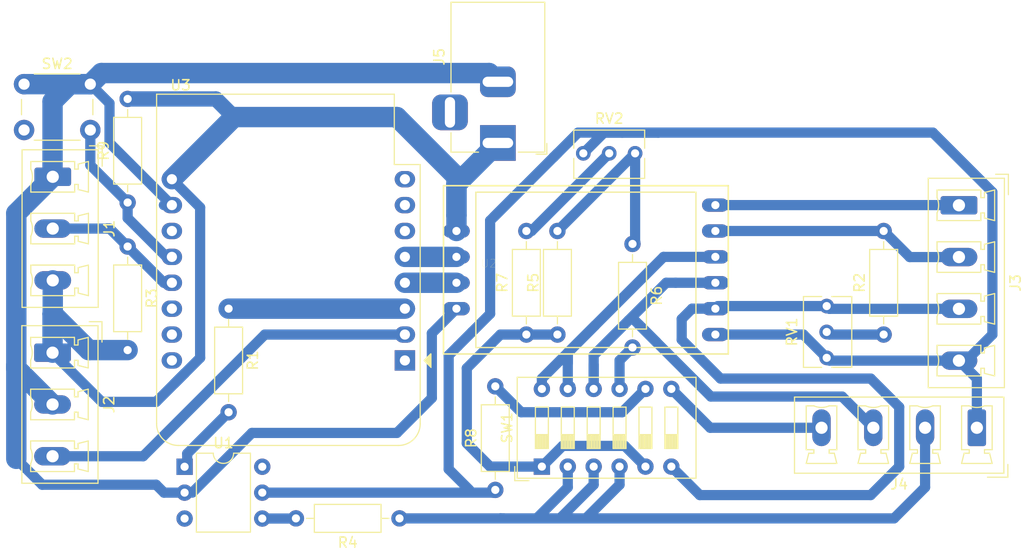
<source format=kicad_pcb>
(kicad_pcb (version 20211014) (generator pcbnew)
  (title_block (title "Sistema de Aquisição de Dados \"MARIA\"") (date "2022-12-23") (comment 1 "Criador: Gustavo \"Ifdruidas\" Almeida"))
  (layers (0 "F.Cu" signal) (31 "B.Cu" signal) (34 "B.Paste" user) (35 "F.Paste" user) (36 "B.SilkS" user "B.Silkscreen") (37 "F.SilkS" user "F.Silkscreen") (38 "B.Mask" user) (39 "F.Mask" user) (44 "Edge.Cuts" user))
  (net 0 "")
  (net 1 "GND")
  (net 2 "Temp")
  (net 3 "+5V")
  (net 4 "Prot")
  (net 5 "Net-(J3-Pad1)")
  (net 6 "Net-(J3-Pad2)")
  (net 7 "Net-(J3-Pad3)")
  (net 8 "E+")
  (net 9 "Con_3")
  (net 10 "A-")
  (net 11 "Con_1")
  (net 12 "Con_2")
  (net 13 "Net-(R1-Pad2)")
  (net 14 "Net-(R2-Pad1)")
  (net 15 "Net-(R4-Pad2)")
  (net 16 "Net-(R5-Pad1)")
  (net 17 "Net-(R5-Pad2)")
  (net 18 "Net-(R6-Pad2)")
  (net 19 "Net-(R7-Pad2)")
  (net 20 "Net-(R8-Pad2)")
  (net 21 "A+")
  (net 24 "Data")
  (net 25 "SCK")
  (net 31 "botao")
  (footprint "Button_Switch_THT:SW_PUSH_6mm" (layer "F.Cu") (at 37.846 69.922)
    (fp_text reference "SW2" (at 3.25 -2) (layer "F.SilkS"))
    (fp_text value "SW_Push")
    (pad "1" thru_hole circle (at 0 0 90) (size 2 2) (drill 1.1) (layers *.Cu *.Mask) (net 1 "GND"))
    (pad "1" thru_hole circle (at 6.5 0 90) (size 2 2) (drill 1.1) (layers *.Cu *.Mask) (net 1 "GND"))
    (pad "2" thru_hole circle (at 0 4.5 90) (size 2 2) (drill 1.1) (layers *.Cu *.Mask) (net 31 "botao"))
    (pad "2" thru_hole circle (at 6.5 4.5 90) (size 2 2) (drill 1.1) (layers *.Cu *.Mask) (net 31 "botao"))
  )
  (footprint "HX711:HX711" (layer "F.Cu") (at 83.439 87.503 180)
    (fp_text reference "U2" (at 0 0) (layer "F.SilkS") (effects (font (size 0.787402 0.787402) (thickness 0.015))))
    (fp_text value "HX711")
    (pad "A+" thru_hole oval (at -22.225 0.635 180) (size 2.616 1.308) (drill 0.8) (layers *.Cu *.Mask) (net 21 "A+"))
    (pad "A-" thru_hole oval (at -22.225 -1.905 180) (size 2.616 1.308) (drill 0.8) (layers *.Cu *.Mask) (net 10 "A-"))
    (pad "B+" thru_hole oval (at -22.225 5.715 180) (size 2.616 1.308) (drill 0.8) (layers *.Cu *.Mask) (net 5 "Net-(J3-Pad1)"))
    (pad "B-" thru_hole oval (at -22.225 3.175 180) (size 2.616 1.308) (drill 0.8) (layers *.Cu "F.Mask") (net 6 "Net-(J3-Pad2)"))
    (pad "DT" thru_hole oval (at 3.175 -1.905 180) (size 2.616 1.308) (drill 0.8) (layers *.Cu *.Mask) (net 24 "Data"))
    (pad "E+" thru_hole oval (at -22.225 -6.985 180) (size 2.616 1.308) (drill 0.8) (layers *.Cu *.Mask) (net 8 "E+"))
    (pad "E-" thru_hole oval (at -22.225 -4.445 180) (size 2.616 1.308) (drill 0.8) (layers *.Cu *.Mask) (net 7 "Net-(J3-Pad3)"))
    (pad "GND" thru_hole oval (at 3.175 -4.445 180) (size 2.616 1.308) (drill 0.8) (layers *.Cu *.Mask) (net 1 "GND"))
    (pad "SCK" thru_hole oval (at 3.175 0.635 180) (size 2.616 1.308) (drill 0.8) (layers *.Cu *.Mask) (net 25 "SCK"))
    (pad "VCC" thru_hole oval (at 3.175 3.175 180) (size 2.616 1.308) (drill 0.8) (layers *.Cu *.Mask) (net 3 "+5V"))
  )
  (footprint "Connector_BarrelJack:BarrelJack_Horizontal" (layer "F.Cu") (at 84.328 75.692 -90)
    (fp_text reference "J5" (at -8.45 5.75 90) (layer "F.SilkS"))
    (fp_text value "Conn_01x02_Female")
    (pad "1" thru_hole rect (at 0 0 270) (size 3.5 3.5) (drill oval 1 3) (layers *.Cu *.Mask) (net 3 "+5V"))
    (pad "2" thru_hole roundrect (at -6 0 270) (size 3 3.5) (drill oval 1 3) (layers *.Cu *.Mask) (net 1 "GND"))
    (pad "3" thru_hole roundrect (at -3 4.7 270) (size 3.5 3.5) (drill oval 3 1) (layers *.Cu *.Mask))
  )
  (footprint "Resistor_THT:R_Axial_DIN0207_L6.3mm_D2.5mm_P10.16mm_Horizontal" (layer "F.Cu") (at 74.676 112.522 180)
    (fp_text reference "R4" (at 5.08 -2.37) (layer "F.SilkS"))
    (fp_text value "R")
    (pad "1" thru_hole circle (at 0 0 180) (size 1.6 1.6) (drill 0.8) (layers *.Cu *.Mask) (net 9 "Con_3"))
    (pad "2" thru_hole oval (at 10.16 0 180) (size 1.6 1.6) (drill 0.8) (layers *.Cu *.Mask) (net 15 "Net-(R4-Pad2)"))
  )
  (footprint "Connector_Phoenix_MC_HighVoltage:PhoenixContact_MCV_1,5_3-G-5.08_1x03_P5.08mm_Vertical" (layer "F.Cu") (at 40.6595 79.0115 -90)
    (fp_text reference "J1" (at 5.08 -5.55 90) (layer "F.SilkS"))
    (fp_text value "Conn_01x03_Female")
    (pad "1" thru_hole roundrect (at 0 0 270) (size 1.8 3.6) (drill 1.2) (layers *.Cu *.Mask) (roundrect_rratio 0.1388888889) (net 1 "GND"))
    (pad "2" thru_hole oval (at 5.08 0 270) (size 1.8 3.6) (drill 1.2) (layers *.Cu *.Mask) (net 2 "Temp"))
    (pad "3" thru_hole oval (at 10.16 0 270) (size 1.8 3.6) (drill 1.2) (layers *.Cu *.Mask) (net 3 "+5V"))
  )
  (footprint "Resistor_THT:R_Axial_DIN0207_L6.3mm_D2.5mm_P10.16mm_Horizontal" (layer "F.Cu") (at 48.006 81.534 90)
    (fp_text reference "R9" (at 5.08 -2.37 90) (layer "F.SilkS"))
    (fp_text value "R")
    (pad "1" thru_hole circle (at 0 0 90) (size 1.6 1.6) (drill 0.8) (layers *.Cu *.Mask) (net 31 "botao"))
    (pad "2" thru_hole oval (at 10.16 0 90) (size 1.6 1.6) (drill 0.8) (layers *.Cu *.Mask) (net 3 "+5V"))
  )
  (footprint "Package_DIP:DIP-6_W7.62mm" (layer "F.Cu") (at 53.594 107.457)
    (fp_text reference "U1" (at 3.81 -2.33) (layer "F.SilkS"))
    (fp_text value "4N25")
    (pad "1" thru_hole rect (at 0 0) (size 1.6 1.6) (drill 0.8) (layers *.Cu *.Mask) (net 13 "Net-(R1-Pad2)"))
    (pad "2" thru_hole oval (at 0 2.54) (size 1.6 1.6) (drill 0.8) (layers *.Cu *.Mask) (net 1 "GND"))
    (pad "3" thru_hole oval (at 0 5.08) (size 1.6 1.6) (drill 0.8) (layers *.Cu *.Mask))
    (pad "4" thru_hole oval (at 7.62 5.08) (size 1.6 1.6) (drill 0.8) (layers *.Cu *.Mask) (net 15 "Net-(R4-Pad2)"))
    (pad "5" thru_hole oval (at 7.62 2.54) (size 1.6 1.6) (drill 0.8) (layers *.Cu *.Mask) (net 8 "E+"))
    (pad "6" thru_hole oval (at 7.62 0) (size 1.6 1.6) (drill 0.8) (layers *.Cu *.Mask))
  )
  (footprint "Resistor_THT:R_Axial_DIN0207_L6.3mm_D2.5mm_P10.16mm_Horizontal" (layer "F.Cu") (at 97.536 85.598 -90)
    (fp_text reference "R6" (at 5.08 -2.37 90) (layer "F.SilkS"))
    (fp_text value "R")
    (pad "1" thru_hole circle (at 0 0 270) (size 1.6 1.6) (drill 0.8) (layers *.Cu *.Mask) (net 17 "Net-(R5-Pad2)"))
    (pad "2" thru_hole oval (at 10.16 0 270) (size 1.6 1.6) (drill 0.8) (layers *.Cu *.Mask) (net 18 "Net-(R6-Pad2)"))
  )
  (footprint "Connector_Phoenix_MC_HighVoltage:PhoenixContact_MCV_1,5_3-G-5.08_1x03_P5.08mm_Vertical" (layer "F.Cu") (at 40.64 96.266 -90)
    (fp_text reference "J2" (at 5.08 -5.55 90) (layer "F.SilkS"))
    (fp_text value "Conn_01x03_Female")
    (pad "1" thru_hole roundrect (at 0 0 270) (size 1.8 3.6) (drill 1.2) (layers *.Cu *.Mask) (roundrect_rratio 0.1388888889) (net 3 "+5V"))
    (pad "2" thru_hole oval (at 5.08 0 270) (size 1.8 3.6) (drill 1.2) (layers *.Cu *.Mask) (net 1 "GND"))
    (pad "3" thru_hole oval (at 10.16 0 270) (size 1.8 3.6) (drill 1.2) (layers *.Cu *.Mask) (net 4 "Prot"))
  )
  (footprint "Connector_Phoenix_MC_HighVoltage:PhoenixContact_MCV_1,5_4-G-5.08_1x04_P5.08mm_Vertical" (layer "F.Cu") (at 131.318 103.632 180)
    (fp_text reference "J4" (at 7.62 -5.55) (layer "F.SilkS"))
    (fp_text value "Conn_01x04_Female")
    (pad "1" thru_hole roundrect (at 0 0 180) (size 1.8 3.6) (drill 1.2) (layers *.Cu *.Mask) (roundrect_rratio 0.1388888889) (net 8 "E+"))
    (pad "2" thru_hole oval (at 5.08 0 180) (size 1.8 3.6) (drill 1.2) (layers *.Cu *.Mask) (net 9 "Con_3"))
    (pad "3" thru_hole oval (at 10.16 0 180) (size 1.8 3.6) (drill 1.2) (layers *.Cu *.Mask) (net 10 "A-"))
    (pad "4" thru_hole oval (at 15.24 0 180) (size 1.8 3.6) (drill 1.2) (layers *.Cu *.Mask) (net 11 "Con_1"))
  )
  (footprint "Resistor_THT:R_Axial_DIN0207_L6.3mm_D2.5mm_P10.16mm_Horizontal" (layer "F.Cu") (at 84.074 109.728 90)
    (fp_text reference "R8" (at 5.08 -2.37 90) (layer "F.SilkS"))
    (fp_text value "R")
    (pad "1" thru_hole circle (at 0 0 90) (size 1.6 1.6) (drill 0.8) (layers *.Cu *.Mask) (net 8 "E+"))
    (pad "2" thru_hole oval (at 10.16 0 90) (size 1.6 1.6) (drill 0.8) (layers *.Cu *.Mask) (net 20 "Net-(R8-Pad2)"))
  )
  (footprint "Resistor_THT:R_Axial_DIN0207_L6.3mm_D2.5mm_P10.16mm_Horizontal" (layer "F.Cu") (at 90.17 94.488 90)
    (fp_text reference "R5" (at 5.08 -2.37 90) (layer "F.SilkS"))
    (fp_text value "R")
    (pad "1" thru_hole circle (at 0 0 90) (size 1.6 1.6) (drill 0.8) (layers *.Cu *.Mask) (net 16 "Net-(R5-Pad1)"))
    (pad "2" thru_hole oval (at 10.16 0 90) (size 1.6 1.6) (drill 0.8) (layers *.Cu *.Mask) (net 17 "Net-(R5-Pad2)"))
  )
  (footprint "Resistor_THT:R_Axial_DIN0207_L6.3mm_D2.5mm_P10.16mm_Horizontal" (layer "F.Cu") (at 122.174 94.488 90)
    (fp_text reference "R2" (at 5.08 -2.37 90) (layer "F.SilkS"))
    (fp_text value "R")
    (pad "1" thru_hole circle (at 0 0 90) (size 1.6 1.6) (drill 0.8) (layers *.Cu *.Mask) (net 14 "Net-(R2-Pad1)"))
    (pad "2" thru_hole oval (at 10.16 0 90) (size 1.6 1.6) (drill 0.8) (layers *.Cu *.Mask) (net 6 "Net-(J3-Pad2)"))
  )
  (footprint "Connector_Phoenix_MC_HighVoltage:PhoenixContact_MCV_1,5_4-G-5.08_1x04_P5.08mm_Vertical" (layer "F.Cu") (at 129.5595 81.8055 -90)
    (fp_text reference "J3" (at 7.62 -5.55 90) (layer "F.SilkS"))
    (fp_text value "Conn_01x04_Female")
    (pad "1" thru_hole roundrect (at 0 0 270) (size 1.8 3.6) (drill 1.2) (layers *.Cu *.Mask) (roundrect_rratio 0.1388888889) (net 5 "Net-(J3-Pad1)"))
    (pad "2" thru_hole oval (at 5.08 0 270) (size 1.8 3.6) (drill 1.2) (layers *.Cu *.Mask) (net 6 "Net-(J3-Pad2)"))
    (pad "3" thru_hole oval (at 10.16 0 270) (size 1.8 3.6) (drill 1.2) (layers *.Cu *.Mask) (net 7 "Net-(J3-Pad3)"))
    (pad "4" thru_hole oval (at 15.24 0 270) (size 1.8 3.6) (drill 1.2) (layers *.Cu *.Mask) (net 8 "E+"))
  )
  (footprint "Potentiometer_THT:Potentiometer_Bourns_3266Y_Vertical" (layer "F.Cu") (at 116.586 91.694 90)
    (fp_text reference "RV1" (at -2.54 -3.41 90) (layer "F.SilkS"))
    (fp_text value "R_POT")
    (pad "1" thru_hole circle (at 0 0 90) (size 1.44 1.44) (drill 0.8) (layers *.Cu *.Mask) (net 7 "Net-(J3-Pad3)"))
    (pad "2" thru_hole circle (at -2.54 0 90) (size 1.44 1.44) (drill 0.8) (layers *.Cu *.Mask) (net 14 "Net-(R2-Pad1)"))
    (pad "3" thru_hole circle (at -5.08 0 90) (size 1.44 1.44) (drill 0.8) (layers *.Cu *.Mask) (net 8 "E+"))
  )
  (footprint "Potentiometer_THT:Potentiometer_Bourns_3266Y_Vertical" (layer "F.Cu") (at 97.79 76.708)
    (fp_text reference "RV2" (at -2.54 -3.41) (layer "F.SilkS"))
    (fp_text value "R_POT")
    (pad "1" thru_hole circle (at 0 0) (size 1.44 1.44) (drill 0.8) (layers *.Cu *.Mask) (net 17 "Net-(R5-Pad2)"))
    (pad "2" thru_hole circle (at -2.54 0) (size 1.44 1.44) (drill 0.8) (layers *.Cu *.Mask) (net 19 "Net-(R7-Pad2)"))
    (pad "3" thru_hole circle (at -5.08 0) (size 1.44 1.44) (drill 0.8) (layers *.Cu *.Mask) (net 8 "E+"))
  )
  (footprint "Resistor_THT:R_Axial_DIN0207_L6.3mm_D2.5mm_P10.16mm_Horizontal" (layer "F.Cu") (at 48.006 85.852 -90)
    (fp_text reference "R3" (at 5.08 -2.37 90) (layer "F.SilkS"))
    (fp_text value "R")
    (pad "1" thru_hole circle (at 0 0 270) (size 1.6 1.6) (drill 0.8) (layers *.Cu *.Mask) (net 2 "Temp"))
    (pad "2" thru_hole oval (at 10.16 0 270) (size 1.6 1.6) (drill 0.8) (layers *.Cu *.Mask) (net 3 "+5V"))
  )
  (footprint "Module:WEMOS_D1_mini_light" (layer "F.Cu") (at 75.207 97.028 180)
    (fp_text reference "U3" (at 22 27) (layer "F.SilkS"))
    (fp_text value "WeMos_D1_mini")
    (pad "1" thru_hole rect (at 0 0 180) (size 2 2) (drill 1) (layers *.Cu *.Mask))
    (pad "2" thru_hole oval (at 0 2.54 180) (size 2 1.6) (drill 1) (layers *.Cu *.Mask) (net 4 "Prot"))
    (pad "3" thru_hole oval (at 0 5.08 180) (size 2 1.6) (drill 1) (layers *.Cu *.Mask) (net 12 "Con_2"))
    (pad "4" thru_hole oval (at 0 7.62 180) (size 2 1.6) (drill 1) (layers *.Cu *.Mask) (net 24 "Data"))
    (pad "5" thru_hole oval (at 0 10.16 180) (size 2 1.6) (drill 1) (layers *.Cu *.Mask) (net 25 "SCK"))
    (pad "6" thru_hole oval (at 0 12.7 180) (size 2 1.6) (drill 1) (layers *.Cu *.Mask))
    (pad "7" thru_hole oval (at 0 15.24 180) (size 2 1.6) (drill 1) (layers *.Cu *.Mask))
    (pad "8" thru_hole oval (at 0 17.78 180) (size 2 1.6) (drill 1) (layers *.Cu *.Mask))
    (pad "9" thru_hole oval (at 22.86 17.78 180) (size 2 1.6) (drill 1) (layers *.Cu *.Mask) (net 3 "+5V"))
    (pad "10" thru_hole oval (at 22.86 15.24 180) (size 2 1.6) (drill 1) (layers *.Cu *.Mask) (net 1 "GND"))
    (pad "11" thru_hole oval (at 22.86 12.7 180) (size 2 1.6) (drill 1) (layers *.Cu *.Mask))
    (pad "12" thru_hole oval (at 22.86 10.16 180) (size 2 1.6) (drill 1) (layers *.Cu *.Mask) (net 31 "botao"))
    (pad "13" thru_hole oval (at 22.86 7.62 180) (size 2 1.6) (drill 1) (layers *.Cu *.Mask) (net 2 "Temp"))
    (pad "14" thru_hole oval (at 22.86 5.08 180) (size 2 1.6) (drill 1) (layers *.Cu *.Mask))
    (pad "15" thru_hole oval (at 22.86 2.54 180) (size 2 1.6) (drill 1) (layers *.Cu *.Mask))
    (pad "16" thru_hole oval (at 22.86 0 180) (size 2 1.6) (drill 1) (layers *.Cu *.Mask))
  )
  (footprint "Button_Switch_THT:SW_DIP_SPSTx06_Slide_9.78x17.42mm_W7.62mm_P2.54mm" (layer "F.Cu") (at 88.646 107.442 90)
    (fp_text reference "SW1" (at 3.81 -3.42 90) (layer "F.SilkS"))
    (fp_text value "SW_DIP_x06")
    (pad "1" thru_hole rect (at 0 0 90) (size 1.6 1.6) (drill 0.8) (layers *.Cu *.Mask) (net 16 "Net-(R5-Pad1)"))
    (pad "2" thru_hole oval (at 0 2.54 90) (size 1.6 1.6) (drill 0.8) (layers *.Cu *.Mask) (net 9 "Con_3"))
    (pad "3" thru_hole oval (at 0 5.08 90) (size 1.6 1.6) (drill 0.8) (layers *.Cu *.Mask) (net 9 "Con_3"))
    (pad "4" thru_hole oval (at 0 7.62 90) (size 1.6 1.6) (drill 0.8) (layers *.Cu *.Mask) (net 9 "Con_3"))
    (pad "5" thru_hole oval (at 0 10.16 90) (size 1.6 1.6) (drill 0.8) (layers *.Cu *.Mask) (net 16 "Net-(R5-Pad1)"))
    (pad "6" thru_hole oval (at 0 12.7 90) (size 1.6 1.6) (drill 0.8) (layers *.Cu *.Mask) (net 7 "Net-(J3-Pad3)"))
    (pad "7" thru_hole oval (at 7.62 12.7 90) (size 1.6 1.6) (drill 0.8) (layers *.Cu *.Mask) (net 11 "Con_1"))
    (pad "8" thru_hole oval (at 7.62 10.16 90) (size 1.6 1.6) (drill 0.8) (layers *.Cu *.Mask) (net 20 "Net-(R8-Pad2)"))
    (pad "9" thru_hole oval (at 7.62 7.62 90) (size 1.6 1.6) (drill 0.8) (layers *.Cu *.Mask) (net 18 "Net-(R6-Pad2)"))
    (pad "10" thru_hole oval (at 7.62 5.08 90) (size 1.6 1.6) (drill 0.8) (layers *.Cu *.Mask) (net 10 "A-"))
    (pad "11" thru_hole oval (at 7.62 2.54 90) (size 1.6 1.6) (drill 0.8) (layers *.Cu *.Mask) (net 21 "A+"))
    (pad "12" thru_hole oval (at 7.62 0 90) (size 1.6 1.6) (drill 0.8) (layers *.Cu *.Mask) (net 21 "A+"))
  )
  (footprint "Resistor_THT:R_Axial_DIN0207_L6.3mm_D2.5mm_P10.16mm_Horizontal" (layer "F.Cu") (at 57.912 91.948 -90)
    (fp_text reference "R1" (at 5.08 -2.37 90) (layer "F.SilkS"))
    (fp_text value "R")
    (pad "1" thru_hole circle (at 0 0 270) (size 1.6 1.6) (drill 0.8) (layers *.Cu *.Mask) (net 12 "Con_2"))
    (pad "2" thru_hole oval (at 10.16 0 270) (size 1.6 1.6) (drill 0.8) (layers *.Cu *.Mask) (net 13 "Net-(R1-Pad2)"))
  )
  (footprint "Resistor_THT:R_Axial_DIN0207_L6.3mm_D2.5mm_P10.16mm_Horizontal" (layer "F.Cu") (at 87.122 94.488 90)
    (fp_text reference "R7" (at 5.08 -2.37 90) (layer "F.SilkS"))
    (fp_text value "R")
    (pad "1" thru_hole circle (at 0 0 90) (size 1.6 1.6) (drill 0.8) (layers *.Cu *.Mask) (net 16 "Net-(R5-Pad1)"))
    (pad "2" thru_hole oval (at 10.16 0 90) (size 1.6 1.6) (drill 0.8) (layers *.Cu *.Mask) (net 19 "Net-(R7-Pad2)"))
  )
  (segment (start 42.346 69.922) (end 40.64 71.628) (width 2) (layer "B.Cu") (net 1))
  (segment (start 44.346 69.922) (end 45.434 68.834) (width 2) (layer "B.Cu") (net 1))
  (segment (start 50.8 109.22) (end 51.577 109.997) (width 1) (layer "B.Cu") (net 1))
  (segment (start 37.084 97.79) (end 37.084 97.536) (width 2) (layer "B.Cu") (net 1))
  (segment (start 40.677 78.994) (end 40.6595 79.0115) (width 1) (layer "B.Cu") (net 1))
  (segment (start 46.228 75.692) (end 46.228 71.804) (width 1) (layer "B.Cu") (net 1))
  (segment (start 46.228 71.804) (end 44.346 69.922) (width 1) (layer "B.Cu") (net 1))
  (segment (start 37.846 69.922) (end 44.346 69.922) (width 2) (layer "B.Cu") (net 1))
  (segment (start 45.434 68.834) (end 83.47 68.834) (width 2) (layer "B.Cu") (net 1))
  (segment (start 74.422 104.14) (end 60.198 104.14) (width 1) (layer "B.Cu") (net 1))
  (segment (start 52.347 81.788) (end 51.562 81.788) (width 1) (layer "B.Cu") (net 1))
  (segment (start 51.577 109.997) (end 53.594 109.997) (width 1) (layer "B.Cu") (net 1))
  (segment (start 52.324 81.788) (end 46.228 75.692) (width 1) (layer "B.Cu") (net 1))
  (segment (start 39.624 109.22) (end 50.8 109.22) (width 1) (layer "B.Cu") (net 1))
  (segment (start 37.084 82.587) (end 40.6595 79.0115) (width 2) (layer "B.Cu") (net 1))
  (segment (start 37.084 97.79) (end 37.084 82.587) (width 2) (layer "B.Cu") (net 1))
  (segment (start 38.862 108.458) (end 37.084 106.68) (width 1) (layer "B.Cu") (net 1))
  (segment (start 40.64 101.346) (end 37.084 97.79) (width 2) (layer "B.Cu") (net 1))
  (segment (start 77.851 94.361) (end 77.851 100.711) (width 1) (layer "B.Cu") (net 1))
  (segment (start 60.198 104.14) (end 54.341 109.997) (width 1) (layer "B.Cu") (net 1))
  (segment (start 77.851 94.361) (end 80.264 91.948) (width 1) (layer "B.Cu") (net 1))
  (segment (start 52.347 81.788) (end 52.324 81.788) (width 1) (layer "B.Cu") (net 1))
  (segment (start 40.64 71.628) (end 40.64 78.992) (width 2) (layer "B.Cu") (net 1))
  (segment (start 38.862 108.458) (end 39.624 109.22) (width 1) (layer "B.Cu") (net 1))
  (segment (start 83.47 68.834) (end 84.328 69.692) (width 2) (layer "B.Cu") (net 1))
  (segment (start 37.084 97.536) (end 37.084 106.68) (width 2) (layer "B.Cu") (net 1))
  (segment (start 44.346 69.922) (end 42.346 69.922) (width 2) (layer "B.Cu") (net 1))
  (segment (start 77.851 100.711) (end 74.422 104.14) (width 1) (layer "B.Cu") (net 1))
  (segment (start 40.64 78.992) (end 40.6595 79.0115) (width 2) (layer "B.Cu") (net 1))
  (segment (start 45.9565 84.0915) (end 40.6595 84.0915) (width 1) (layer "B.Cu") (net 2))
  (segment (start 51.562 89.408) (end 48.006 85.852) (width 1) (layer "B.Cu") (net 2))
  (segment (start 48.006 85.852) (end 46.228 84.074) (width 1) (layer "B.Cu") (net 2))
  (segment (start 46.228 84.074) (end 45.974 84.074) (width 1) (layer "B.Cu") (net 2))
  (segment (start 52.347 89.408) (end 51.562 89.408) (width 1) (layer "B.Cu") (net 2))
  (segment (start 45.974 84.074) (end 45.9565 84.0915) (width 1) (layer "B.Cu") (net 2))
  (segment (start 40.64 92.456) (end 40.64 96.266) (width 2) (layer "B.Cu") (net 3))
  (segment (start 40.6595 96.2465) (end 40.64 96.266) (width 1) (layer "B.Cu") (net 3))
  (segment (start 58.443 73.152) (end 52.347 79.248) (width 2) (layer "B.Cu") (net 3))
  (segment (start 48.006 96.012) (end 44.196 96.012) (width 2) (layer "B.Cu") (net 3))
  (segment (start 48.006 71.374) (end 56.665 71.374) (width 1.5) (layer "B.Cu") (net 3))
  (segment (start 80.264 84.328) (end 80.264 82.804) (width 2) (layer "B.Cu") (net 3))
  (segment (start 50.8 101.092) (end 45.466 101.092) (width 1) (layer "B.Cu") (net 3))
  (segment (start 44.196 96.012) (end 40.64 92.456) (width 2) (layer "B.Cu") (net 3))
  (segment (start 45.466 101.092) (end 40.64 96.266) (width 1) (layer "B.Cu") (net 3))
  (segment (start 84.328 75.692) (end 80.264 79.756) (width 2) (layer "B.Cu") (net 3))
  (segment (start 80.264 79.756) (end 80.264 82.804) (width 2) (layer "B.Cu") (net 3))
  (segment (start 52.578 99.314) (end 53.594 98.298) (width 1) (layer "B.Cu") (net 3))
  (segment (start 55.118 82.019) (end 52.347 79.248) (width 1) (layer "B.Cu") (net 3))
  (segment (start 53.594 98.298) (end 50.8 101.092) (width 1) (layer "B.Cu") (net 3))
  (segment (start 74.422 73.152) (end 58.443 73.152) (width 2) (layer "B.Cu") (net 3))
  (segment (start 40.6595 92.4365) (end 40.64 92.456) (width 2) (layer "B.Cu") (net 3))
  (segment (start 80.264 82.804) (end 80.264 78.994) (width 2) (layer "B.Cu") (net 3))
  (segment (start 40.6595 92.4365) (end 40.6595 89.1715) (width 2) (layer "B.Cu") (net 3))
  (segment (start 55.118 96.774) (end 55.118 82.019) (width 1) (layer "B.Cu") (net 3))
  (segment (start 56.665 71.374) (end 58.443 73.152) (width 1.5) (layer "B.Cu") (net 3))
  (segment (start 53.594 98.298) (end 55.118 96.774) (width 1) (layer "B.Cu") (net 3))
  (segment (start 80.264 78.994) (end 74.422 73.152) (width 2) (layer "B.Cu") (net 3))
  (segment (start 75.207 94.488) (end 61.468 94.488) (width 1) (layer "B.Cu") (net 4))
  (segment (start 49.53 106.426) (end 40.64 106.426) (width 1) (layer "B.Cu") (net 4))
  (segment (start 61.468 94.488) (end 49.53 106.426) (width 1) (layer "B.Cu") (net 4))
  (segment (start 129.5595 81.8055) (end 129.542 81.788) (width 1) (layer "B.Cu") (net 5))
  (segment (start 129.542 81.788) (end 105.664 81.788) (width 1) (layer "B.Cu") (net 5))
  (segment (start 129.5595 86.8855) (end 124.7315 86.8855) (width 1) (layer "B.Cu") (net 6))
  (segment (start 105.664 84.328) (end 122.174 84.328) (width 1) (layer "B.Cu") (net 6))
  (segment (start 124.7315 86.8855) (end 122.174 84.328) (width 1) (layer "B.Cu") (net 6))
  (segment (start 120.904 110.236) (end 123.698 107.442) (width 1) (layer "B.Cu") (net 7))
  (segment (start 120.904 98.806) (end 106.172 98.806) (width 1) (layer "B.Cu") (net 7))
  (segment (start 123.698 107.442) (end 123.698 101.6) (width 1) (layer "B.Cu") (net 7))
  (segment (start 106.172 98.806) (end 102.362 94.996) (width 1) (layer "B.Cu") (net 7))
  (segment (start 104.14 110.236) (end 120.904 110.236) (width 1) (layer "B.Cu") (net 7))
  (segment (start 102.362 94.996) (end 102.362 92.964) (width 1) (layer "B.Cu") (net 7))
  (segment (start 123.698 101.6) (end 120.904 98.806) (width 1) (layer "B.Cu") (net 7))
  (segment (start 105.918 91.694) (end 105.664 91.948) (width 1) (layer "B.Cu") (net 7))
  (segment (start 129.5595 91.9655) (end 116.8575 91.9655) (width 1) (layer "B.Cu") (net 7))
  (segment (start 101.346 107.442) (end 104.14 110.236) (width 1) (layer "B.Cu") (net 7))
  (segment (start 116.8575 91.9655) (end 116.586 91.694) (width 1) (layer "B.Cu") (net 7))
  (segment (start 116.586 91.694) (end 105.918 91.694) (width 1) (layer "B.Cu") (net 7))
  (segment (start 103.378 91.948) (end 105.664 91.948) (width 1) (layer "B.Cu") (net 7))
  (segment (start 102.362 92.964) (end 103.378 91.948) (width 1) (layer "B.Cu") (net 7))
  (segment (start 116.8575 97.0455) (end 129.5595 97.0455) (width 1) (layer "B.Cu") (net 8))
  (segment (start 86.868 80.01) (end 86.614 80.264) (width 1) (layer "B.Cu") (net 8))
  (segment (start 89.789 77.089) (end 83.947 82.931) (width 1) (layer "B.Cu") (net 8))
  (segment (start 79.502 107.696) (end 81.534 109.728) (width 1) (layer "B.Cu") (net 8))
  (segment (start 100.076 74.676) (end 127 74.676) (width 1) (layer "B.Cu") (net 8))
  (segment (start 114.3 94.488) (end 105.664 94.488) (width 1) (layer "B.Cu") (net 8))
  (segment (start 90.17 76.708) (end 89.789 77.089) (width 1) (layer "B.Cu") (net 8))
  (segment (start 127 74.676) (end 132.842 80.518) (width 1) (layer "B.Cu") (net 8))
  (segment (start 116.586 96.774) (end 114.3 94.488) (width 1) (layer "B.Cu") (net 8))
  (segment (start 94.742 74.676) (end 96.52 74.676) (width 1) (layer "B.Cu") (net 8))
  (segment (start 132.842 94.488) (end 130.2845 97.0455) (width 1) (layer "B.Cu") (net 8))
  (segment (start 83.566 92.456) (end 81.788 94.234) (width 1) (layer "B.Cu") (net 8))
  (segment (start 60.97 109.997) (end 83.805 109.997) (width 1) (layer "B.Cu") (net 8))
  (segment (start 81.788 94.234) (end 80.391 95.631) (width 1) (layer "B.Cu") (net 8))
  (segment (start 83.566 83.312) (end 83.566 92.456) (width 1) (layer "B.Cu") (net 8))
  (segment (start 131.318 103.632) (end 131.318 98.804) (width 1) (layer "B.Cu") (net 8))
  (segment (start 132.842 80.518) (end 132.842 94.488) (width 1) (layer "B.Cu") (net 8))
  (segment (start 89.789 77.089) (end 92.202 74.676) (width 1) (layer "B.Cu") (net 8))
  (segment (start 130.2845 97.0455) (end 129.5595 97.0455) (width 1) (layer "B.Cu") (net 8))
  (segment (start 86.614 80.264) (end 83.566 83.312) (width 1) (layer "B.Cu") (net 8))
  (segment (start 92.202 74.676) (end 100.076 74.676) (width 1) (layer "B.Cu") (net 8))
  (segment (start 96.52 74.676) (end 100.076 74.676) (width 1) (layer "B.Cu") (net 8))
  (segment (start 79.502 96.52) (end 79.502 107.696) (width 1) (layer "B.Cu") (net 8))
  (segment (start 83.805 109.997) (end 84.074 109.728) (width 1) (layer "B.Cu") (net 8))
  (segment (start 131.318 98.804) (end 129.5595 97.0455) (width 1) (layer "B.Cu") (net 8))
  (segment (start 116.586 96.774) (end 116.8575 97.0455) (width 1) (layer "B.Cu") (net 8))
  (segment (start 92.71 76.708) (end 94.742 74.676) (width 1) (layer "B.Cu") (net 8))
  (segment (start 80.391 95.631) (end 79.502 96.52) (width 1) (layer "B.Cu") (net 8))
  (segment (start 126.238 103.632) (end 126.238 109.474) (width 1) (layer "B.Cu") (net 9))
  (segment (start 88.138 112.522) (end 84.582 112.522) (width 1) (layer "B.Cu") (net 9))
  (segment (start 96.266 107.442) (end 96.266 109.22) (width 1) (layer "B.Cu") (net 9))
  (segment (start 74.676 112.522) (end 84.582 112.522) (width 1) (layer "B.Cu") (net 9))
  (segment (start 90.424 112.522) (end 91.694 112.522) (width 1) (layer "B.Cu") (net 9))
  (segment (start 84.582 112.522) (end 84.90887 112.522) (width 1) (layer "B.Cu") (net 9))
  (segment (start 88.138 112.522) (end 90.424 112.522) (width 1) (layer "B.Cu") (net 9))
  (segment (start 91.186 107.442) (end 91.186 109.474) (width 1) (layer "B.Cu") (net 9))
  (segment (start 91.186 109.474) (end 88.138 112.522) (width 1) (layer "B.Cu") (net 9))
  (segment (start 96.266 109.22) (end 92.964 112.522) (width 1) (layer "B.Cu") (net 9))
  (segment (start 93.726 109.22) (end 90.424 112.522) (width 1) (layer "B.Cu") (net 9))
  (segment (start 93.726 107.442) (end 93.726 109.22) (width 1) (layer "B.Cu") (net 9))
  (segment (start 126.238 109.474) (end 123.19 112.522) (width 1) (layer "B.Cu") (net 9))
  (segment (start 123.19 112.522) (end 92.964 112.522) (width 1) (layer "B.Cu") (net 9))
  (segment (start 92.964 112.522) (end 91.694 112.522) (width 1) (layer "B.Cu") (net 9))
  (segment (start 99.862472 95.209528) (end 97.743944 93.091) (width 1) (layer "B.Cu") (net 10))
  (segment (start 93.726 99.822) (end 93.726 97.446679) (width 1) (layer "B.Cu") (net 10))
  (segment (start 99.862472 95.209528) (end 98.126339 93.473395) (width 1) (layer "B.Cu") (net 10))
  (segment (start 105.222521 100.569577) (end 99.862472 95.209528) (width 1) (layer "B.Cu") (net 10))
  (segment (start 93.726 96.52) (end 97.155 93.091) (width 1) (layer "B.Cu") (net 10))
  (segment (start 100.838 89.408) (end 101.764679 89.408) (width 1) (layer "B.Cu") (net 10))
  (segment (start 97.155 93.091) (end 100.838 89.408) (width 1) (layer "B.Cu") (net 10))
  (segment (start 118.095577 100.569577) (end 105.222521 100.569577) (width 1) (layer "B.Cu") (net 10))
  (segment (start 93.726 99.822) (end 93.726 96.52) (width 1) (layer "B.Cu") (net 10))
  (segment (start 121.158 103.632) (end 118.095577 100.569577) (width 1) (layer "B.Cu") (net 10))
  (segment (start 101.764679 89.408) (end 105.664 89.408) (width 1) (layer "B.Cu") (net 10))
  (segment (start 101.346 99.822) (end 105.156 103.632) (width 1) (layer "B.Cu") (net 11))
  (segment (start 105.156 103.632) (end 116.078 103.632) (width 1) (layer "B.Cu") (net 11))
  (segment (start 75.207 91.948) (end 57.912 91.948) (width 2) (layer "B.Cu") (net 12))
  (segment (start 53.848 106.172) (end 53.848 107.203) (width 1) (layer "B.Cu") (net 13))
  (segment (start 53.848 107.203) (end 53.594 107.457) (width 1) (layer "B.Cu") (net 13))
  (segment (start 53.35 107.457) (end 53.34 107.447) (width 1) (layer "B.Cu") (net 13))
  (segment (start 57.912 102.108) (end 53.848 106.172) (width 1) (layer "B.Cu") (net 13))
  (segment (start 116.84 94.488) (end 116.586 94.234) (width 1) (layer "B.Cu") (net 14))
  (segment (start 122.174 94.488) (end 116.84 94.488) (width 1) (layer "B.Cu") (net 14))
  (segment (start 60.97 112.537) (end 64.501 112.537) (width 1) (layer "B.Cu") (net 15))
  (segment (start 64.501 112.537) (end 64.516 112.522) (width 1) (layer "B.Cu") (net 15))
  (segment (start 87.122 94.488) (end 84.582 94.488) (width 1) (layer "B.Cu") (net 16))
  (segment (start 81.28 97.79) (end 81.28 105.156) (width 1) (layer "B.Cu") (net 16))
  (segment (start 84.582 94.488) (end 81.28 97.79) (width 1) (layer "B.Cu") (net 16))
  (segment (start 81.28 105.156) (end 83.566 107.442) (width 1) (layer "B.Cu") (net 16))
  (segment (start 88.646 107.442) (end 90.678 105.41) (width 1) (layer "B.Cu") (net 16))
  (segment (start 83.566 107.442) (end 88.646 107.442) (width 1) (layer "B.Cu") (net 16))
  (segment (start 87.122 94.488) (end 90.17 94.488) (width 1) (layer "B.Cu") (net 16))
  (segment (start 96.774 105.41) (end 98.806 107.442) (width 1) (layer "B.Cu") (net 16))
  (segment (start 90.678 105.41) (end 96.774 105.41) (width 1) (layer "B.Cu") (net 16))
  (segment (start 97.79 85.344) (end 97.536 85.598) (width 1) (layer "B.Cu") (net 17))
  (segment (start 90.17 84.328) (end 97.79 76.708) (width 1) (layer "B.Cu") (net 17))
  (segment (start 97.79 76.708) (end 97.79 85.344) (width 1) (layer "B.Cu") (net 17))
  (segment (start 96.266 97.028) (end 96.266 99.822) (width 1) (layer "B.Cu") (net 18))
  (segment (start 97.536 95.758) (end 96.266 97.028) (width 1) (layer "B.Cu") (net 18))
  (segment (start 95.25 76.708) (end 87.63 84.328) (width 1) (layer "B.Cu") (net 19))
  (segment (start 87.63 84.328) (end 87.122 84.328) (width 1) (layer "B.Cu") (net 19))
  (segment (start 96.52 102.108) (end 98.806 99.822) (width 1) (layer "B.Cu") (net 20))
  (segment (start 84.074 99.568) (end 86.614 102.108) (width 1) (layer "B.Cu") (net 20))
  (segment (start 86.614 102.108) (end 96.52 102.108) (width 1) (layer "B.Cu") (net 20))
  (segment (start 91.44 99.7795) (end 91.44 99.568) (width 1) (layer "B.Cu") (net 21))
  (segment (start 91.186 97.282) (end 91.186 96.266) (width 1) (layer "B.Cu") (net 21))
  (segment (start 93.853 93.599) (end 88.646 98.806) (width 1) (layer "B.Cu") (net 21))
  (segment (start 105.664 86.868) (end 100.584 86.868) (width 1) (layer "B.Cu") (net 21))
  (segment (start 91.186 96.266) (end 91.186 99.822) (width 1) (layer "B.Cu") (net 21))
  (segment (start 88.646 99.822) (end 88.646 98.806) (width 1) (layer "B.Cu") (net 21))
  (segment (start 100.584 86.868) (end 93.853 93.599) (width 1) (layer "B.Cu") (net 21))
  (segment (start 93.853 93.599) (end 91.186 96.266) (width 1) (layer "B.Cu") (net 21))
  (segment (start 75.207 89.408) (end 80.264 89.408) (width 2) (layer "B.Cu") (net 24))
  (segment (start 75.207 86.868) (end 80.264 86.868) (width 2) (layer "B.Cu") (net 25))
  (segment (start 51.816 86.868) (end 52.347 86.868) (width 1) (layer "B.Cu") (net 31))
  (segment (start 48.006 81.534) (end 48.006 83.058) (width 1) (layer "B.Cu") (net 31))
  (segment (start 48.006 81.534) (end 44.346 77.874) (width 1) (layer "B.Cu") (net 31))
  (segment (start 48.006 83.058) (end 51.816 86.868) (width 1) (layer "B.Cu") (net 31))
  (segment (start 44.346 77.874) (end 44.346 74.422) (width 1) (layer "B.Cu") (net 31))
)
</source>
